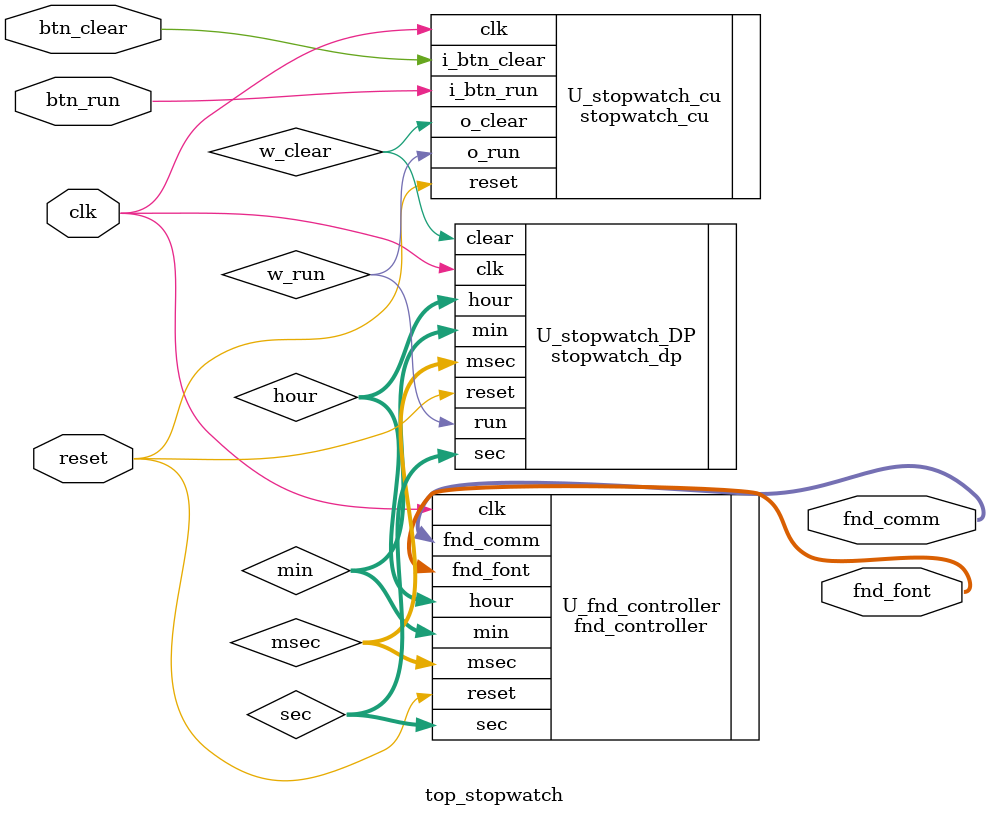
<source format=v>
`timescale 1ns / 1ps
module top_stopwatch(
    input clk,
    input reset,
    input btn_run,
    input btn_clear,
    output [3:0]fnd_comm,
    output [7:0] fnd_font
);

    wire w_run, w_clear;
    wire [6:0] msec, sec, min;
    wire [4:0] hour;

    stopwatch_dp U_stopwatch_DP(
    .clk(clk),
    .reset(reset),
    .run(w_run),
    .clear(w_clear),
    .msec(msec),
    .sec(sec),
    .min(min),
    .hour(hour)
    );
    

    stopwatch_cu U_stopwatch_cu(
    .clk(clk),
    .reset(reset),
    .i_btn_run(btn_run),
    .i_btn_clear(btn_clear),
    .o_run(w_run),
    .o_clear(w_clear)
    );

    fnd_controller U_fnd_controller(
    .clk(clk),
    .reset(reset),
    .msec(msec), // wire가 아니라 msec?
    .sec(sec),
    .min(min),
    .hour(hour),
    .fnd_font(fnd_font),
    .fnd_comm(fnd_comm)
);

endmodule

</source>
